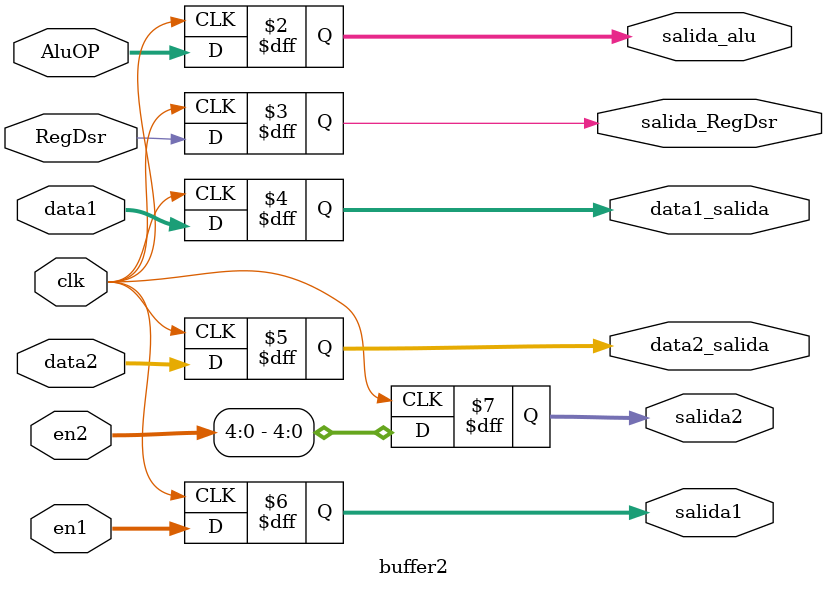
<source format=v>
module buffer2 (
	input clk,
	input [2:0]AluOP,
	input [31:0]data1,
	input [31:0]data2,
	input [15:11]en1,
	input [5:0]en2,
	input RegDsr,
	
	output reg[2:0]salida_alu,
	output reg salida_RegDsr,
	output reg[31:0]data1_salida,
	output reg[31:0]data2_salida,
	output reg[15:11]salida1,
	output reg[15:11]salida2
);

always @(posedge clk)
begin
	salida_alu <= AluOP;
	salida_RegDsr <= RegDsr;
	data1_salida <= data1;
	data2_salida <= data2;
	salida1 <= en1;
	salida2 <= en2;
end

endmodule

</source>
